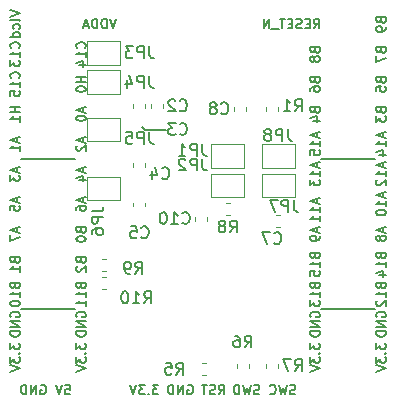
<source format=gbo>
G04 #@! TF.GenerationSoftware,KiCad,Pcbnew,5.0.2+dfsg1-1*
G04 #@! TF.CreationDate,2019-02-01T15:12:52+03:00*
G04 #@! TF.ProjectId,stm32_48pin,73746d33-325f-4343-9870-696e2e6b6963,rev?*
G04 #@! TF.SameCoordinates,PX14fb180PY2625a00*
G04 #@! TF.FileFunction,Legend,Bot*
G04 #@! TF.FilePolarity,Positive*
%FSLAX46Y46*%
G04 Gerber Fmt 4.6, Leading zero omitted, Abs format (unit mm)*
G04 Created by KiCad (PCBNEW 5.0.2+dfsg1-1) date Пт 01 фев 2019 15:12:52*
%MOMM*%
%LPD*%
G01*
G04 APERTURE LIST*
%ADD10C,0.150000*%
%ADD11C,0.120000*%
G04 APERTURE END LIST*
D10*
X24707714Y-36391809D02*
X24593428Y-36429904D01*
X24402952Y-36429904D01*
X24326761Y-36391809D01*
X24288666Y-36353714D01*
X24250571Y-36277523D01*
X24250571Y-36201333D01*
X24288666Y-36125142D01*
X24326761Y-36087047D01*
X24402952Y-36048952D01*
X24555333Y-36010857D01*
X24631523Y-35972761D01*
X24669619Y-35934666D01*
X24707714Y-35858476D01*
X24707714Y-35782285D01*
X24669619Y-35706095D01*
X24631523Y-35668000D01*
X24555333Y-35629904D01*
X24364857Y-35629904D01*
X24250571Y-35668000D01*
X23983904Y-35629904D02*
X23793428Y-36429904D01*
X23641047Y-35858476D01*
X23488666Y-36429904D01*
X23298190Y-35629904D01*
X22536285Y-36353714D02*
X22574380Y-36391809D01*
X22688666Y-36429904D01*
X22764857Y-36429904D01*
X22879142Y-36391809D01*
X22955333Y-36315619D01*
X22993428Y-36239428D01*
X23031523Y-36087047D01*
X23031523Y-35972761D01*
X22993428Y-35820380D01*
X22955333Y-35744190D01*
X22879142Y-35668000D01*
X22764857Y-35629904D01*
X22688666Y-35629904D01*
X22574380Y-35668000D01*
X22536285Y-35706095D01*
X21659714Y-36391809D02*
X21545428Y-36429904D01*
X21354952Y-36429904D01*
X21278761Y-36391809D01*
X21240666Y-36353714D01*
X21202571Y-36277523D01*
X21202571Y-36201333D01*
X21240666Y-36125142D01*
X21278761Y-36087047D01*
X21354952Y-36048952D01*
X21507333Y-36010857D01*
X21583523Y-35972761D01*
X21621619Y-35934666D01*
X21659714Y-35858476D01*
X21659714Y-35782285D01*
X21621619Y-35706095D01*
X21583523Y-35668000D01*
X21507333Y-35629904D01*
X21316857Y-35629904D01*
X21202571Y-35668000D01*
X20935904Y-35629904D02*
X20745428Y-36429904D01*
X20593047Y-35858476D01*
X20440666Y-36429904D01*
X20250190Y-35629904D01*
X19945428Y-36429904D02*
X19945428Y-35629904D01*
X19754952Y-35629904D01*
X19640666Y-35668000D01*
X19564476Y-35744190D01*
X19526380Y-35820380D01*
X19488285Y-35972761D01*
X19488285Y-36087047D01*
X19526380Y-36239428D01*
X19564476Y-36315619D01*
X19640666Y-36391809D01*
X19754952Y-36429904D01*
X19945428Y-36429904D01*
X18218095Y-36429904D02*
X18484761Y-36048952D01*
X18675238Y-36429904D02*
X18675238Y-35629904D01*
X18370476Y-35629904D01*
X18294285Y-35668000D01*
X18256190Y-35706095D01*
X18218095Y-35782285D01*
X18218095Y-35896571D01*
X18256190Y-35972761D01*
X18294285Y-36010857D01*
X18370476Y-36048952D01*
X18675238Y-36048952D01*
X17913333Y-36391809D02*
X17799047Y-36429904D01*
X17608571Y-36429904D01*
X17532380Y-36391809D01*
X17494285Y-36353714D01*
X17456190Y-36277523D01*
X17456190Y-36201333D01*
X17494285Y-36125142D01*
X17532380Y-36087047D01*
X17608571Y-36048952D01*
X17760952Y-36010857D01*
X17837142Y-35972761D01*
X17875238Y-35934666D01*
X17913333Y-35858476D01*
X17913333Y-35782285D01*
X17875238Y-35706095D01*
X17837142Y-35668000D01*
X17760952Y-35629904D01*
X17570476Y-35629904D01*
X17456190Y-35668000D01*
X17227619Y-35629904D02*
X16770476Y-35629904D01*
X16999047Y-36429904D02*
X16999047Y-35629904D01*
X15595523Y-35668000D02*
X15671714Y-35629904D01*
X15786000Y-35629904D01*
X15900285Y-35668000D01*
X15976476Y-35744190D01*
X16014571Y-35820380D01*
X16052666Y-35972761D01*
X16052666Y-36087047D01*
X16014571Y-36239428D01*
X15976476Y-36315619D01*
X15900285Y-36391809D01*
X15786000Y-36429904D01*
X15709809Y-36429904D01*
X15595523Y-36391809D01*
X15557428Y-36353714D01*
X15557428Y-36087047D01*
X15709809Y-36087047D01*
X15214571Y-36429904D02*
X15214571Y-35629904D01*
X14757428Y-36429904D01*
X14757428Y-35629904D01*
X14376476Y-36429904D02*
X14376476Y-35629904D01*
X14186000Y-35629904D01*
X14071714Y-35668000D01*
X13995523Y-35744190D01*
X13957428Y-35820380D01*
X13919333Y-35972761D01*
X13919333Y-36087047D01*
X13957428Y-36239428D01*
X13995523Y-36315619D01*
X14071714Y-36391809D01*
X14186000Y-36429904D01*
X14376476Y-36429904D01*
X13118952Y-35629904D02*
X12623714Y-35629904D01*
X12890380Y-35934666D01*
X12776095Y-35934666D01*
X12699904Y-35972761D01*
X12661809Y-36010857D01*
X12623714Y-36087047D01*
X12623714Y-36277523D01*
X12661809Y-36353714D01*
X12699904Y-36391809D01*
X12776095Y-36429904D01*
X13004666Y-36429904D01*
X13080857Y-36391809D01*
X13118952Y-36353714D01*
X12280857Y-36353714D02*
X12242761Y-36391809D01*
X12280857Y-36429904D01*
X12318952Y-36391809D01*
X12280857Y-36353714D01*
X12280857Y-36429904D01*
X11976095Y-35629904D02*
X11480857Y-35629904D01*
X11747523Y-35934666D01*
X11633238Y-35934666D01*
X11557047Y-35972761D01*
X11518952Y-36010857D01*
X11480857Y-36087047D01*
X11480857Y-36277523D01*
X11518952Y-36353714D01*
X11557047Y-36391809D01*
X11633238Y-36429904D01*
X11861809Y-36429904D01*
X11938000Y-36391809D01*
X11976095Y-36353714D01*
X11252285Y-35629904D02*
X10985619Y-36429904D01*
X10718952Y-35629904D01*
X5232380Y-35629904D02*
X5613333Y-35629904D01*
X5651428Y-36010857D01*
X5613333Y-35972761D01*
X5537142Y-35934666D01*
X5346666Y-35934666D01*
X5270476Y-35972761D01*
X5232380Y-36010857D01*
X5194285Y-36087047D01*
X5194285Y-36277523D01*
X5232380Y-36353714D01*
X5270476Y-36391809D01*
X5346666Y-36429904D01*
X5537142Y-36429904D01*
X5613333Y-36391809D01*
X5651428Y-36353714D01*
X4965714Y-35629904D02*
X4699047Y-36429904D01*
X4432380Y-35629904D01*
X3149523Y-35668000D02*
X3225714Y-35629904D01*
X3340000Y-35629904D01*
X3454285Y-35668000D01*
X3530476Y-35744190D01*
X3568571Y-35820380D01*
X3606666Y-35972761D01*
X3606666Y-36087047D01*
X3568571Y-36239428D01*
X3530476Y-36315619D01*
X3454285Y-36391809D01*
X3340000Y-36429904D01*
X3263809Y-36429904D01*
X3149523Y-36391809D01*
X3111428Y-36353714D01*
X3111428Y-36087047D01*
X3263809Y-36087047D01*
X2768571Y-36429904D02*
X2768571Y-35629904D01*
X2311428Y-36429904D01*
X2311428Y-35629904D01*
X1930476Y-36429904D02*
X1930476Y-35629904D01*
X1740000Y-35629904D01*
X1625714Y-35668000D01*
X1549523Y-35744190D01*
X1511428Y-35820380D01*
X1473333Y-35972761D01*
X1473333Y-36087047D01*
X1511428Y-36239428D01*
X1549523Y-36315619D01*
X1625714Y-36391809D01*
X1740000Y-36429904D01*
X1930476Y-36429904D01*
X26924000Y-29210000D02*
X31496000Y-29210000D01*
X26924000Y-16510000D02*
X31496000Y-16510000D01*
X1524000Y-29210000D02*
X6096000Y-29210000D01*
X1524000Y-16510000D02*
X6096000Y-16510000D01*
X31604000Y-29870476D02*
X31565904Y-29794285D01*
X31565904Y-29680000D01*
X31604000Y-29565714D01*
X31680190Y-29489523D01*
X31756380Y-29451428D01*
X31908761Y-29413333D01*
X32023047Y-29413333D01*
X32175428Y-29451428D01*
X32251619Y-29489523D01*
X32327809Y-29565714D01*
X32365904Y-29680000D01*
X32365904Y-29756190D01*
X32327809Y-29870476D01*
X32289714Y-29908571D01*
X32023047Y-29908571D01*
X32023047Y-29756190D01*
X32365904Y-30251428D02*
X31565904Y-30251428D01*
X32365904Y-30708571D01*
X31565904Y-30708571D01*
X32365904Y-31089523D02*
X31565904Y-31089523D01*
X31565904Y-31280000D01*
X31604000Y-31394285D01*
X31680190Y-31470476D01*
X31756380Y-31508571D01*
X31908761Y-31546666D01*
X32023047Y-31546666D01*
X32175428Y-31508571D01*
X32251619Y-31470476D01*
X32327809Y-31394285D01*
X32365904Y-31280000D01*
X32365904Y-31089523D01*
X26016000Y-29870476D02*
X25977904Y-29794285D01*
X25977904Y-29680000D01*
X26016000Y-29565714D01*
X26092190Y-29489523D01*
X26168380Y-29451428D01*
X26320761Y-29413333D01*
X26435047Y-29413333D01*
X26587428Y-29451428D01*
X26663619Y-29489523D01*
X26739809Y-29565714D01*
X26777904Y-29680000D01*
X26777904Y-29756190D01*
X26739809Y-29870476D01*
X26701714Y-29908571D01*
X26435047Y-29908571D01*
X26435047Y-29756190D01*
X26777904Y-30251428D02*
X25977904Y-30251428D01*
X26777904Y-30708571D01*
X25977904Y-30708571D01*
X26777904Y-31089523D02*
X25977904Y-31089523D01*
X25977904Y-31280000D01*
X26016000Y-31394285D01*
X26092190Y-31470476D01*
X26168380Y-31508571D01*
X26320761Y-31546666D01*
X26435047Y-31546666D01*
X26587428Y-31508571D01*
X26663619Y-31470476D01*
X26739809Y-31394285D01*
X26777904Y-31280000D01*
X26777904Y-31089523D01*
X25977904Y-32093047D02*
X25977904Y-32588285D01*
X26282666Y-32321619D01*
X26282666Y-32435904D01*
X26320761Y-32512095D01*
X26358857Y-32550190D01*
X26435047Y-32588285D01*
X26625523Y-32588285D01*
X26701714Y-32550190D01*
X26739809Y-32512095D01*
X26777904Y-32435904D01*
X26777904Y-32207333D01*
X26739809Y-32131142D01*
X26701714Y-32093047D01*
X26701714Y-32931142D02*
X26739809Y-32969238D01*
X26777904Y-32931142D01*
X26739809Y-32893047D01*
X26701714Y-32931142D01*
X26777904Y-32931142D01*
X25977904Y-33235904D02*
X25977904Y-33731142D01*
X26282666Y-33464476D01*
X26282666Y-33578761D01*
X26320761Y-33654952D01*
X26358857Y-33693047D01*
X26435047Y-33731142D01*
X26625523Y-33731142D01*
X26701714Y-33693047D01*
X26739809Y-33654952D01*
X26777904Y-33578761D01*
X26777904Y-33350190D01*
X26739809Y-33274000D01*
X26701714Y-33235904D01*
X25977904Y-33959714D02*
X26777904Y-34226380D01*
X25977904Y-34493047D01*
X31565904Y-32093047D02*
X31565904Y-32588285D01*
X31870666Y-32321619D01*
X31870666Y-32435904D01*
X31908761Y-32512095D01*
X31946857Y-32550190D01*
X32023047Y-32588285D01*
X32213523Y-32588285D01*
X32289714Y-32550190D01*
X32327809Y-32512095D01*
X32365904Y-32435904D01*
X32365904Y-32207333D01*
X32327809Y-32131142D01*
X32289714Y-32093047D01*
X32289714Y-32931142D02*
X32327809Y-32969238D01*
X32365904Y-32931142D01*
X32327809Y-32893047D01*
X32289714Y-32931142D01*
X32365904Y-32931142D01*
X31565904Y-33235904D02*
X31565904Y-33731142D01*
X31870666Y-33464476D01*
X31870666Y-33578761D01*
X31908761Y-33654952D01*
X31946857Y-33693047D01*
X32023047Y-33731142D01*
X32213523Y-33731142D01*
X32289714Y-33693047D01*
X32327809Y-33654952D01*
X32365904Y-33578761D01*
X32365904Y-33350190D01*
X32327809Y-33274000D01*
X32289714Y-33235904D01*
X31565904Y-33959714D02*
X32365904Y-34226380D01*
X31565904Y-34493047D01*
X6204000Y-29870476D02*
X6165904Y-29794285D01*
X6165904Y-29680000D01*
X6204000Y-29565714D01*
X6280190Y-29489523D01*
X6356380Y-29451428D01*
X6508761Y-29413333D01*
X6623047Y-29413333D01*
X6775428Y-29451428D01*
X6851619Y-29489523D01*
X6927809Y-29565714D01*
X6965904Y-29680000D01*
X6965904Y-29756190D01*
X6927809Y-29870476D01*
X6889714Y-29908571D01*
X6623047Y-29908571D01*
X6623047Y-29756190D01*
X6965904Y-30251428D02*
X6165904Y-30251428D01*
X6965904Y-30708571D01*
X6165904Y-30708571D01*
X6965904Y-31089523D02*
X6165904Y-31089523D01*
X6165904Y-31280000D01*
X6204000Y-31394285D01*
X6280190Y-31470476D01*
X6356380Y-31508571D01*
X6508761Y-31546666D01*
X6623047Y-31546666D01*
X6775428Y-31508571D01*
X6851619Y-31470476D01*
X6927809Y-31394285D01*
X6965904Y-31280000D01*
X6965904Y-31089523D01*
X6165904Y-32093047D02*
X6165904Y-32588285D01*
X6470666Y-32321619D01*
X6470666Y-32435904D01*
X6508761Y-32512095D01*
X6546857Y-32550190D01*
X6623047Y-32588285D01*
X6813523Y-32588285D01*
X6889714Y-32550190D01*
X6927809Y-32512095D01*
X6965904Y-32435904D01*
X6965904Y-32207333D01*
X6927809Y-32131142D01*
X6889714Y-32093047D01*
X6889714Y-32931142D02*
X6927809Y-32969238D01*
X6965904Y-32931142D01*
X6927809Y-32893047D01*
X6889714Y-32931142D01*
X6965904Y-32931142D01*
X6165904Y-33235904D02*
X6165904Y-33731142D01*
X6470666Y-33464476D01*
X6470666Y-33578761D01*
X6508761Y-33654952D01*
X6546857Y-33693047D01*
X6623047Y-33731142D01*
X6813523Y-33731142D01*
X6889714Y-33693047D01*
X6927809Y-33654952D01*
X6965904Y-33578761D01*
X6965904Y-33350190D01*
X6927809Y-33274000D01*
X6889714Y-33235904D01*
X6165904Y-33959714D02*
X6965904Y-34226380D01*
X6165904Y-34493047D01*
X12000000Y-14000000D02*
X11750000Y-13750000D01*
X13750000Y-14000000D02*
X12000000Y-14000000D01*
X577904Y-3899047D02*
X1377904Y-4165714D01*
X577904Y-4432380D01*
X1377904Y-4813333D02*
X1339809Y-4737142D01*
X1263619Y-4699047D01*
X577904Y-4699047D01*
X1339809Y-5460952D02*
X1377904Y-5384761D01*
X1377904Y-5232380D01*
X1339809Y-5156190D01*
X1301714Y-5118095D01*
X1225523Y-5080000D01*
X996952Y-5080000D01*
X920761Y-5118095D01*
X882666Y-5156190D01*
X844571Y-5232380D01*
X844571Y-5384761D01*
X882666Y-5460952D01*
X1377904Y-6146666D02*
X577904Y-6146666D01*
X1339809Y-6146666D02*
X1377904Y-6070476D01*
X1377904Y-5918095D01*
X1339809Y-5841904D01*
X1301714Y-5803809D01*
X1225523Y-5765714D01*
X996952Y-5765714D01*
X920761Y-5803809D01*
X882666Y-5841904D01*
X844571Y-5918095D01*
X844571Y-6070476D01*
X882666Y-6146666D01*
X1301714Y-7105714D02*
X1339809Y-7067619D01*
X1377904Y-6953333D01*
X1377904Y-6877142D01*
X1339809Y-6762857D01*
X1263619Y-6686666D01*
X1187428Y-6648571D01*
X1035047Y-6610476D01*
X920761Y-6610476D01*
X768380Y-6648571D01*
X692190Y-6686666D01*
X616000Y-6762857D01*
X577904Y-6877142D01*
X577904Y-6953333D01*
X616000Y-7067619D01*
X654095Y-7105714D01*
X1377904Y-7867619D02*
X1377904Y-7410476D01*
X1377904Y-7639047D02*
X577904Y-7639047D01*
X692190Y-7562857D01*
X768380Y-7486666D01*
X806476Y-7410476D01*
X577904Y-8134285D02*
X577904Y-8629523D01*
X882666Y-8362857D01*
X882666Y-8477142D01*
X920761Y-8553333D01*
X958857Y-8591428D01*
X1035047Y-8629523D01*
X1225523Y-8629523D01*
X1301714Y-8591428D01*
X1339809Y-8553333D01*
X1377904Y-8477142D01*
X1377904Y-8248571D01*
X1339809Y-8172380D01*
X1301714Y-8134285D01*
X6889714Y-7105714D02*
X6927809Y-7067619D01*
X6965904Y-6953333D01*
X6965904Y-6877142D01*
X6927809Y-6762857D01*
X6851619Y-6686666D01*
X6775428Y-6648571D01*
X6623047Y-6610476D01*
X6508761Y-6610476D01*
X6356380Y-6648571D01*
X6280190Y-6686666D01*
X6204000Y-6762857D01*
X6165904Y-6877142D01*
X6165904Y-6953333D01*
X6204000Y-7067619D01*
X6242095Y-7105714D01*
X6965904Y-7867619D02*
X6965904Y-7410476D01*
X6965904Y-7639047D02*
X6165904Y-7639047D01*
X6280190Y-7562857D01*
X6356380Y-7486666D01*
X6394476Y-7410476D01*
X6432571Y-8553333D02*
X6965904Y-8553333D01*
X6127809Y-8362857D02*
X6699238Y-8172380D01*
X6699238Y-8667619D01*
X1301714Y-9645714D02*
X1339809Y-9607619D01*
X1377904Y-9493333D01*
X1377904Y-9417142D01*
X1339809Y-9302857D01*
X1263619Y-9226666D01*
X1187428Y-9188571D01*
X1035047Y-9150476D01*
X920761Y-9150476D01*
X768380Y-9188571D01*
X692190Y-9226666D01*
X616000Y-9302857D01*
X577904Y-9417142D01*
X577904Y-9493333D01*
X616000Y-9607619D01*
X654095Y-9645714D01*
X1377904Y-10407619D02*
X1377904Y-9950476D01*
X1377904Y-10179047D02*
X577904Y-10179047D01*
X692190Y-10102857D01*
X768380Y-10026666D01*
X806476Y-9950476D01*
X577904Y-11131428D02*
X577904Y-10750476D01*
X958857Y-10712380D01*
X920761Y-10750476D01*
X882666Y-10826666D01*
X882666Y-11017142D01*
X920761Y-11093333D01*
X958857Y-11131428D01*
X1035047Y-11169523D01*
X1225523Y-11169523D01*
X1301714Y-11131428D01*
X1339809Y-11093333D01*
X1377904Y-11017142D01*
X1377904Y-10826666D01*
X1339809Y-10750476D01*
X1301714Y-10712380D01*
X6965904Y-9550476D02*
X6165904Y-9550476D01*
X6546857Y-9550476D02*
X6546857Y-10007619D01*
X6965904Y-10007619D02*
X6165904Y-10007619D01*
X6165904Y-10540952D02*
X6165904Y-10617142D01*
X6204000Y-10693333D01*
X6242095Y-10731428D01*
X6318285Y-10769523D01*
X6470666Y-10807619D01*
X6661142Y-10807619D01*
X6813523Y-10769523D01*
X6889714Y-10731428D01*
X6927809Y-10693333D01*
X6965904Y-10617142D01*
X6965904Y-10540952D01*
X6927809Y-10464761D01*
X6889714Y-10426666D01*
X6813523Y-10388571D01*
X6661142Y-10350476D01*
X6470666Y-10350476D01*
X6318285Y-10388571D01*
X6242095Y-10426666D01*
X6204000Y-10464761D01*
X6165904Y-10540952D01*
X1377904Y-12090476D02*
X577904Y-12090476D01*
X958857Y-12090476D02*
X958857Y-12547619D01*
X1377904Y-12547619D02*
X577904Y-12547619D01*
X1377904Y-13347619D02*
X1377904Y-12890476D01*
X1377904Y-13119047D02*
X577904Y-13119047D01*
X692190Y-13042857D01*
X768380Y-12966666D01*
X806476Y-12890476D01*
X6737333Y-12128571D02*
X6737333Y-12509523D01*
X6965904Y-12052380D02*
X6165904Y-12319047D01*
X6965904Y-12585714D01*
X6165904Y-13004761D02*
X6165904Y-13080952D01*
X6204000Y-13157142D01*
X6242095Y-13195238D01*
X6318285Y-13233333D01*
X6470666Y-13271428D01*
X6661142Y-13271428D01*
X6813523Y-13233333D01*
X6889714Y-13195238D01*
X6927809Y-13157142D01*
X6965904Y-13080952D01*
X6965904Y-13004761D01*
X6927809Y-12928571D01*
X6889714Y-12890476D01*
X6813523Y-12852380D01*
X6661142Y-12814285D01*
X6470666Y-12814285D01*
X6318285Y-12852380D01*
X6242095Y-12890476D01*
X6204000Y-12928571D01*
X6165904Y-13004761D01*
X1149333Y-14668571D02*
X1149333Y-15049523D01*
X1377904Y-14592380D02*
X577904Y-14859047D01*
X1377904Y-15125714D01*
X1377904Y-15811428D02*
X1377904Y-15354285D01*
X1377904Y-15582857D02*
X577904Y-15582857D01*
X692190Y-15506666D01*
X768380Y-15430476D01*
X806476Y-15354285D01*
X6737333Y-14668571D02*
X6737333Y-15049523D01*
X6965904Y-14592380D02*
X6165904Y-14859047D01*
X6965904Y-15125714D01*
X6242095Y-15354285D02*
X6204000Y-15392380D01*
X6165904Y-15468571D01*
X6165904Y-15659047D01*
X6204000Y-15735238D01*
X6242095Y-15773333D01*
X6318285Y-15811428D01*
X6394476Y-15811428D01*
X6508761Y-15773333D01*
X6965904Y-15316190D01*
X6965904Y-15811428D01*
X1149333Y-17208571D02*
X1149333Y-17589523D01*
X1377904Y-17132380D02*
X577904Y-17399047D01*
X1377904Y-17665714D01*
X577904Y-17856190D02*
X577904Y-18351428D01*
X882666Y-18084761D01*
X882666Y-18199047D01*
X920761Y-18275238D01*
X958857Y-18313333D01*
X1035047Y-18351428D01*
X1225523Y-18351428D01*
X1301714Y-18313333D01*
X1339809Y-18275238D01*
X1377904Y-18199047D01*
X1377904Y-17970476D01*
X1339809Y-17894285D01*
X1301714Y-17856190D01*
X6737333Y-17208571D02*
X6737333Y-17589523D01*
X6965904Y-17132380D02*
X6165904Y-17399047D01*
X6965904Y-17665714D01*
X6432571Y-18275238D02*
X6965904Y-18275238D01*
X6127809Y-18084761D02*
X6699238Y-17894285D01*
X6699238Y-18389523D01*
X1149333Y-19748571D02*
X1149333Y-20129523D01*
X1377904Y-19672380D02*
X577904Y-19939047D01*
X1377904Y-20205714D01*
X577904Y-20853333D02*
X577904Y-20472380D01*
X958857Y-20434285D01*
X920761Y-20472380D01*
X882666Y-20548571D01*
X882666Y-20739047D01*
X920761Y-20815238D01*
X958857Y-20853333D01*
X1035047Y-20891428D01*
X1225523Y-20891428D01*
X1301714Y-20853333D01*
X1339809Y-20815238D01*
X1377904Y-20739047D01*
X1377904Y-20548571D01*
X1339809Y-20472380D01*
X1301714Y-20434285D01*
X6737333Y-19748571D02*
X6737333Y-20129523D01*
X6965904Y-19672380D02*
X6165904Y-19939047D01*
X6965904Y-20205714D01*
X6165904Y-20815238D02*
X6165904Y-20662857D01*
X6204000Y-20586666D01*
X6242095Y-20548571D01*
X6356380Y-20472380D01*
X6508761Y-20434285D01*
X6813523Y-20434285D01*
X6889714Y-20472380D01*
X6927809Y-20510476D01*
X6965904Y-20586666D01*
X6965904Y-20739047D01*
X6927809Y-20815238D01*
X6889714Y-20853333D01*
X6813523Y-20891428D01*
X6623047Y-20891428D01*
X6546857Y-20853333D01*
X6508761Y-20815238D01*
X6470666Y-20739047D01*
X6470666Y-20586666D01*
X6508761Y-20510476D01*
X6546857Y-20472380D01*
X6623047Y-20434285D01*
X1149333Y-22288571D02*
X1149333Y-22669523D01*
X1377904Y-22212380D02*
X577904Y-22479047D01*
X1377904Y-22745714D01*
X577904Y-22936190D02*
X577904Y-23469523D01*
X1377904Y-23126666D01*
X6546857Y-22536190D02*
X6584952Y-22650476D01*
X6623047Y-22688571D01*
X6699238Y-22726666D01*
X6813523Y-22726666D01*
X6889714Y-22688571D01*
X6927809Y-22650476D01*
X6965904Y-22574285D01*
X6965904Y-22269523D01*
X6165904Y-22269523D01*
X6165904Y-22536190D01*
X6204000Y-22612380D01*
X6242095Y-22650476D01*
X6318285Y-22688571D01*
X6394476Y-22688571D01*
X6470666Y-22650476D01*
X6508761Y-22612380D01*
X6546857Y-22536190D01*
X6546857Y-22269523D01*
X6165904Y-23221904D02*
X6165904Y-23298095D01*
X6204000Y-23374285D01*
X6242095Y-23412380D01*
X6318285Y-23450476D01*
X6470666Y-23488571D01*
X6661142Y-23488571D01*
X6813523Y-23450476D01*
X6889714Y-23412380D01*
X6927809Y-23374285D01*
X6965904Y-23298095D01*
X6965904Y-23221904D01*
X6927809Y-23145714D01*
X6889714Y-23107619D01*
X6813523Y-23069523D01*
X6661142Y-23031428D01*
X6470666Y-23031428D01*
X6318285Y-23069523D01*
X6242095Y-23107619D01*
X6204000Y-23145714D01*
X6165904Y-23221904D01*
X958857Y-25076190D02*
X996952Y-25190476D01*
X1035047Y-25228571D01*
X1111238Y-25266666D01*
X1225523Y-25266666D01*
X1301714Y-25228571D01*
X1339809Y-25190476D01*
X1377904Y-25114285D01*
X1377904Y-24809523D01*
X577904Y-24809523D01*
X577904Y-25076190D01*
X616000Y-25152380D01*
X654095Y-25190476D01*
X730285Y-25228571D01*
X806476Y-25228571D01*
X882666Y-25190476D01*
X920761Y-25152380D01*
X958857Y-25076190D01*
X958857Y-24809523D01*
X1377904Y-26028571D02*
X1377904Y-25571428D01*
X1377904Y-25800000D02*
X577904Y-25800000D01*
X692190Y-25723809D01*
X768380Y-25647619D01*
X806476Y-25571428D01*
X6546857Y-25076190D02*
X6584952Y-25190476D01*
X6623047Y-25228571D01*
X6699238Y-25266666D01*
X6813523Y-25266666D01*
X6889714Y-25228571D01*
X6927809Y-25190476D01*
X6965904Y-25114285D01*
X6965904Y-24809523D01*
X6165904Y-24809523D01*
X6165904Y-25076190D01*
X6204000Y-25152380D01*
X6242095Y-25190476D01*
X6318285Y-25228571D01*
X6394476Y-25228571D01*
X6470666Y-25190476D01*
X6508761Y-25152380D01*
X6546857Y-25076190D01*
X6546857Y-24809523D01*
X6242095Y-25571428D02*
X6204000Y-25609523D01*
X6165904Y-25685714D01*
X6165904Y-25876190D01*
X6204000Y-25952380D01*
X6242095Y-25990476D01*
X6318285Y-26028571D01*
X6394476Y-26028571D01*
X6508761Y-25990476D01*
X6965904Y-25533333D01*
X6965904Y-26028571D01*
X958857Y-27235238D02*
X996952Y-27349523D01*
X1035047Y-27387619D01*
X1111238Y-27425714D01*
X1225523Y-27425714D01*
X1301714Y-27387619D01*
X1339809Y-27349523D01*
X1377904Y-27273333D01*
X1377904Y-26968571D01*
X577904Y-26968571D01*
X577904Y-27235238D01*
X616000Y-27311428D01*
X654095Y-27349523D01*
X730285Y-27387619D01*
X806476Y-27387619D01*
X882666Y-27349523D01*
X920761Y-27311428D01*
X958857Y-27235238D01*
X958857Y-26968571D01*
X1377904Y-28187619D02*
X1377904Y-27730476D01*
X1377904Y-27959047D02*
X577904Y-27959047D01*
X692190Y-27882857D01*
X768380Y-27806666D01*
X806476Y-27730476D01*
X577904Y-28682857D02*
X577904Y-28759047D01*
X616000Y-28835238D01*
X654095Y-28873333D01*
X730285Y-28911428D01*
X882666Y-28949523D01*
X1073142Y-28949523D01*
X1225523Y-28911428D01*
X1301714Y-28873333D01*
X1339809Y-28835238D01*
X1377904Y-28759047D01*
X1377904Y-28682857D01*
X1339809Y-28606666D01*
X1301714Y-28568571D01*
X1225523Y-28530476D01*
X1073142Y-28492380D01*
X882666Y-28492380D01*
X730285Y-28530476D01*
X654095Y-28568571D01*
X616000Y-28606666D01*
X577904Y-28682857D01*
X6546857Y-27235238D02*
X6584952Y-27349523D01*
X6623047Y-27387619D01*
X6699238Y-27425714D01*
X6813523Y-27425714D01*
X6889714Y-27387619D01*
X6927809Y-27349523D01*
X6965904Y-27273333D01*
X6965904Y-26968571D01*
X6165904Y-26968571D01*
X6165904Y-27235238D01*
X6204000Y-27311428D01*
X6242095Y-27349523D01*
X6318285Y-27387619D01*
X6394476Y-27387619D01*
X6470666Y-27349523D01*
X6508761Y-27311428D01*
X6546857Y-27235238D01*
X6546857Y-26968571D01*
X6965904Y-28187619D02*
X6965904Y-27730476D01*
X6965904Y-27959047D02*
X6165904Y-27959047D01*
X6280190Y-27882857D01*
X6356380Y-27806666D01*
X6394476Y-27730476D01*
X6965904Y-28949523D02*
X6965904Y-28492380D01*
X6965904Y-28720952D02*
X6165904Y-28720952D01*
X6280190Y-28644761D01*
X6356380Y-28568571D01*
X6394476Y-28492380D01*
X577904Y-32093047D02*
X577904Y-32588285D01*
X882666Y-32321619D01*
X882666Y-32435904D01*
X920761Y-32512095D01*
X958857Y-32550190D01*
X1035047Y-32588285D01*
X1225523Y-32588285D01*
X1301714Y-32550190D01*
X1339809Y-32512095D01*
X1377904Y-32435904D01*
X1377904Y-32207333D01*
X1339809Y-32131142D01*
X1301714Y-32093047D01*
X1301714Y-32931142D02*
X1339809Y-32969238D01*
X1377904Y-32931142D01*
X1339809Y-32893047D01*
X1301714Y-32931142D01*
X1377904Y-32931142D01*
X577904Y-33235904D02*
X577904Y-33731142D01*
X882666Y-33464476D01*
X882666Y-33578761D01*
X920761Y-33654952D01*
X958857Y-33693047D01*
X1035047Y-33731142D01*
X1225523Y-33731142D01*
X1301714Y-33693047D01*
X1339809Y-33654952D01*
X1377904Y-33578761D01*
X1377904Y-33350190D01*
X1339809Y-33274000D01*
X1301714Y-33235904D01*
X577904Y-33959714D02*
X1377904Y-34226380D01*
X577904Y-34493047D01*
X616000Y-29870476D02*
X577904Y-29794285D01*
X577904Y-29680000D01*
X616000Y-29565714D01*
X692190Y-29489523D01*
X768380Y-29451428D01*
X920761Y-29413333D01*
X1035047Y-29413333D01*
X1187428Y-29451428D01*
X1263619Y-29489523D01*
X1339809Y-29565714D01*
X1377904Y-29680000D01*
X1377904Y-29756190D01*
X1339809Y-29870476D01*
X1301714Y-29908571D01*
X1035047Y-29908571D01*
X1035047Y-29756190D01*
X1377904Y-30251428D02*
X577904Y-30251428D01*
X1377904Y-30708571D01*
X577904Y-30708571D01*
X1377904Y-31089523D02*
X577904Y-31089523D01*
X577904Y-31280000D01*
X616000Y-31394285D01*
X692190Y-31470476D01*
X768380Y-31508571D01*
X920761Y-31546666D01*
X1035047Y-31546666D01*
X1187428Y-31508571D01*
X1263619Y-31470476D01*
X1339809Y-31394285D01*
X1377904Y-31280000D01*
X1377904Y-31089523D01*
X31946857Y-27235238D02*
X31984952Y-27349523D01*
X32023047Y-27387619D01*
X32099238Y-27425714D01*
X32213523Y-27425714D01*
X32289714Y-27387619D01*
X32327809Y-27349523D01*
X32365904Y-27273333D01*
X32365904Y-26968571D01*
X31565904Y-26968571D01*
X31565904Y-27235238D01*
X31604000Y-27311428D01*
X31642095Y-27349523D01*
X31718285Y-27387619D01*
X31794476Y-27387619D01*
X31870666Y-27349523D01*
X31908761Y-27311428D01*
X31946857Y-27235238D01*
X31946857Y-26968571D01*
X32365904Y-28187619D02*
X32365904Y-27730476D01*
X32365904Y-27959047D02*
X31565904Y-27959047D01*
X31680190Y-27882857D01*
X31756380Y-27806666D01*
X31794476Y-27730476D01*
X31642095Y-28492380D02*
X31604000Y-28530476D01*
X31565904Y-28606666D01*
X31565904Y-28797142D01*
X31604000Y-28873333D01*
X31642095Y-28911428D01*
X31718285Y-28949523D01*
X31794476Y-28949523D01*
X31908761Y-28911428D01*
X32365904Y-28454285D01*
X32365904Y-28949523D01*
X26358857Y-27235238D02*
X26396952Y-27349523D01*
X26435047Y-27387619D01*
X26511238Y-27425714D01*
X26625523Y-27425714D01*
X26701714Y-27387619D01*
X26739809Y-27349523D01*
X26777904Y-27273333D01*
X26777904Y-26968571D01*
X25977904Y-26968571D01*
X25977904Y-27235238D01*
X26016000Y-27311428D01*
X26054095Y-27349523D01*
X26130285Y-27387619D01*
X26206476Y-27387619D01*
X26282666Y-27349523D01*
X26320761Y-27311428D01*
X26358857Y-27235238D01*
X26358857Y-26968571D01*
X26777904Y-28187619D02*
X26777904Y-27730476D01*
X26777904Y-27959047D02*
X25977904Y-27959047D01*
X26092190Y-27882857D01*
X26168380Y-27806666D01*
X26206476Y-27730476D01*
X25977904Y-28454285D02*
X25977904Y-28949523D01*
X26282666Y-28682857D01*
X26282666Y-28797142D01*
X26320761Y-28873333D01*
X26358857Y-28911428D01*
X26435047Y-28949523D01*
X26625523Y-28949523D01*
X26701714Y-28911428D01*
X26739809Y-28873333D01*
X26777904Y-28797142D01*
X26777904Y-28568571D01*
X26739809Y-28492380D01*
X26701714Y-28454285D01*
X31946857Y-24695238D02*
X31984952Y-24809523D01*
X32023047Y-24847619D01*
X32099238Y-24885714D01*
X32213523Y-24885714D01*
X32289714Y-24847619D01*
X32327809Y-24809523D01*
X32365904Y-24733333D01*
X32365904Y-24428571D01*
X31565904Y-24428571D01*
X31565904Y-24695238D01*
X31604000Y-24771428D01*
X31642095Y-24809523D01*
X31718285Y-24847619D01*
X31794476Y-24847619D01*
X31870666Y-24809523D01*
X31908761Y-24771428D01*
X31946857Y-24695238D01*
X31946857Y-24428571D01*
X32365904Y-25647619D02*
X32365904Y-25190476D01*
X32365904Y-25419047D02*
X31565904Y-25419047D01*
X31680190Y-25342857D01*
X31756380Y-25266666D01*
X31794476Y-25190476D01*
X31832571Y-26333333D02*
X32365904Y-26333333D01*
X31527809Y-26142857D02*
X32099238Y-25952380D01*
X32099238Y-26447619D01*
X26358857Y-24695238D02*
X26396952Y-24809523D01*
X26435047Y-24847619D01*
X26511238Y-24885714D01*
X26625523Y-24885714D01*
X26701714Y-24847619D01*
X26739809Y-24809523D01*
X26777904Y-24733333D01*
X26777904Y-24428571D01*
X25977904Y-24428571D01*
X25977904Y-24695238D01*
X26016000Y-24771428D01*
X26054095Y-24809523D01*
X26130285Y-24847619D01*
X26206476Y-24847619D01*
X26282666Y-24809523D01*
X26320761Y-24771428D01*
X26358857Y-24695238D01*
X26358857Y-24428571D01*
X26777904Y-25647619D02*
X26777904Y-25190476D01*
X26777904Y-25419047D02*
X25977904Y-25419047D01*
X26092190Y-25342857D01*
X26168380Y-25266666D01*
X26206476Y-25190476D01*
X25977904Y-26371428D02*
X25977904Y-25990476D01*
X26358857Y-25952380D01*
X26320761Y-25990476D01*
X26282666Y-26066666D01*
X26282666Y-26257142D01*
X26320761Y-26333333D01*
X26358857Y-26371428D01*
X26435047Y-26409523D01*
X26625523Y-26409523D01*
X26701714Y-26371428D01*
X26739809Y-26333333D01*
X26777904Y-26257142D01*
X26777904Y-26066666D01*
X26739809Y-25990476D01*
X26701714Y-25952380D01*
X32137333Y-22288571D02*
X32137333Y-22669523D01*
X32365904Y-22212380D02*
X31565904Y-22479047D01*
X32365904Y-22745714D01*
X31908761Y-23126666D02*
X31870666Y-23050476D01*
X31832571Y-23012380D01*
X31756380Y-22974285D01*
X31718285Y-22974285D01*
X31642095Y-23012380D01*
X31604000Y-23050476D01*
X31565904Y-23126666D01*
X31565904Y-23279047D01*
X31604000Y-23355238D01*
X31642095Y-23393333D01*
X31718285Y-23431428D01*
X31756380Y-23431428D01*
X31832571Y-23393333D01*
X31870666Y-23355238D01*
X31908761Y-23279047D01*
X31908761Y-23126666D01*
X31946857Y-23050476D01*
X31984952Y-23012380D01*
X32061142Y-22974285D01*
X32213523Y-22974285D01*
X32289714Y-23012380D01*
X32327809Y-23050476D01*
X32365904Y-23126666D01*
X32365904Y-23279047D01*
X32327809Y-23355238D01*
X32289714Y-23393333D01*
X32213523Y-23431428D01*
X32061142Y-23431428D01*
X31984952Y-23393333D01*
X31946857Y-23355238D01*
X31908761Y-23279047D01*
X26549333Y-22288571D02*
X26549333Y-22669523D01*
X26777904Y-22212380D02*
X25977904Y-22479047D01*
X26777904Y-22745714D01*
X26777904Y-23050476D02*
X26777904Y-23202857D01*
X26739809Y-23279047D01*
X26701714Y-23317142D01*
X26587428Y-23393333D01*
X26435047Y-23431428D01*
X26130285Y-23431428D01*
X26054095Y-23393333D01*
X26016000Y-23355238D01*
X25977904Y-23279047D01*
X25977904Y-23126666D01*
X26016000Y-23050476D01*
X26054095Y-23012380D01*
X26130285Y-22974285D01*
X26320761Y-22974285D01*
X26396952Y-23012380D01*
X26435047Y-23050476D01*
X26473142Y-23126666D01*
X26473142Y-23279047D01*
X26435047Y-23355238D01*
X26396952Y-23393333D01*
X26320761Y-23431428D01*
X32137333Y-19367619D02*
X32137333Y-19748571D01*
X32365904Y-19291428D02*
X31565904Y-19558095D01*
X32365904Y-19824761D01*
X32365904Y-20510476D02*
X32365904Y-20053333D01*
X32365904Y-20281904D02*
X31565904Y-20281904D01*
X31680190Y-20205714D01*
X31756380Y-20129523D01*
X31794476Y-20053333D01*
X31565904Y-21005714D02*
X31565904Y-21081904D01*
X31604000Y-21158095D01*
X31642095Y-21196190D01*
X31718285Y-21234285D01*
X31870666Y-21272380D01*
X32061142Y-21272380D01*
X32213523Y-21234285D01*
X32289714Y-21196190D01*
X32327809Y-21158095D01*
X32365904Y-21081904D01*
X32365904Y-21005714D01*
X32327809Y-20929523D01*
X32289714Y-20891428D01*
X32213523Y-20853333D01*
X32061142Y-20815238D01*
X31870666Y-20815238D01*
X31718285Y-20853333D01*
X31642095Y-20891428D01*
X31604000Y-20929523D01*
X31565904Y-21005714D01*
X26549333Y-19875619D02*
X26549333Y-20256571D01*
X26777904Y-19799428D02*
X25977904Y-20066095D01*
X26777904Y-20332761D01*
X26777904Y-21018476D02*
X26777904Y-20561333D01*
X26777904Y-20789904D02*
X25977904Y-20789904D01*
X26092190Y-20713714D01*
X26168380Y-20637523D01*
X26206476Y-20561333D01*
X26777904Y-21780380D02*
X26777904Y-21323238D01*
X26777904Y-21551809D02*
X25977904Y-21551809D01*
X26092190Y-21475619D01*
X26168380Y-21399428D01*
X26206476Y-21323238D01*
X32137333Y-16827619D02*
X32137333Y-17208571D01*
X32365904Y-16751428D02*
X31565904Y-17018095D01*
X32365904Y-17284761D01*
X32365904Y-17970476D02*
X32365904Y-17513333D01*
X32365904Y-17741904D02*
X31565904Y-17741904D01*
X31680190Y-17665714D01*
X31756380Y-17589523D01*
X31794476Y-17513333D01*
X31642095Y-18275238D02*
X31604000Y-18313333D01*
X31565904Y-18389523D01*
X31565904Y-18580000D01*
X31604000Y-18656190D01*
X31642095Y-18694285D01*
X31718285Y-18732380D01*
X31794476Y-18732380D01*
X31908761Y-18694285D01*
X32365904Y-18237142D01*
X32365904Y-18732380D01*
X26549333Y-16827619D02*
X26549333Y-17208571D01*
X26777904Y-16751428D02*
X25977904Y-17018095D01*
X26777904Y-17284761D01*
X26777904Y-17970476D02*
X26777904Y-17513333D01*
X26777904Y-17741904D02*
X25977904Y-17741904D01*
X26092190Y-17665714D01*
X26168380Y-17589523D01*
X26206476Y-17513333D01*
X25977904Y-18237142D02*
X25977904Y-18732380D01*
X26282666Y-18465714D01*
X26282666Y-18580000D01*
X26320761Y-18656190D01*
X26358857Y-18694285D01*
X26435047Y-18732380D01*
X26625523Y-18732380D01*
X26701714Y-18694285D01*
X26739809Y-18656190D01*
X26777904Y-18580000D01*
X26777904Y-18351428D01*
X26739809Y-18275238D01*
X26701714Y-18237142D01*
X32137333Y-14287619D02*
X32137333Y-14668571D01*
X32365904Y-14211428D02*
X31565904Y-14478095D01*
X32365904Y-14744761D01*
X32365904Y-15430476D02*
X32365904Y-14973333D01*
X32365904Y-15201904D02*
X31565904Y-15201904D01*
X31680190Y-15125714D01*
X31756380Y-15049523D01*
X31794476Y-14973333D01*
X31832571Y-16116190D02*
X32365904Y-16116190D01*
X31527809Y-15925714D02*
X32099238Y-15735238D01*
X32099238Y-16230476D01*
X26549333Y-14287619D02*
X26549333Y-14668571D01*
X26777904Y-14211428D02*
X25977904Y-14478095D01*
X26777904Y-14744761D01*
X26777904Y-15430476D02*
X26777904Y-14973333D01*
X26777904Y-15201904D02*
X25977904Y-15201904D01*
X26092190Y-15125714D01*
X26168380Y-15049523D01*
X26206476Y-14973333D01*
X25977904Y-16154285D02*
X25977904Y-15773333D01*
X26358857Y-15735238D01*
X26320761Y-15773333D01*
X26282666Y-15849523D01*
X26282666Y-16040000D01*
X26320761Y-16116190D01*
X26358857Y-16154285D01*
X26435047Y-16192380D01*
X26625523Y-16192380D01*
X26701714Y-16154285D01*
X26739809Y-16116190D01*
X26777904Y-16040000D01*
X26777904Y-15849523D01*
X26739809Y-15773333D01*
X26701714Y-15735238D01*
X31946857Y-12376190D02*
X31984952Y-12490476D01*
X32023047Y-12528571D01*
X32099238Y-12566666D01*
X32213523Y-12566666D01*
X32289714Y-12528571D01*
X32327809Y-12490476D01*
X32365904Y-12414285D01*
X32365904Y-12109523D01*
X31565904Y-12109523D01*
X31565904Y-12376190D01*
X31604000Y-12452380D01*
X31642095Y-12490476D01*
X31718285Y-12528571D01*
X31794476Y-12528571D01*
X31870666Y-12490476D01*
X31908761Y-12452380D01*
X31946857Y-12376190D01*
X31946857Y-12109523D01*
X31565904Y-12833333D02*
X31565904Y-13328571D01*
X31870666Y-13061904D01*
X31870666Y-13176190D01*
X31908761Y-13252380D01*
X31946857Y-13290476D01*
X32023047Y-13328571D01*
X32213523Y-13328571D01*
X32289714Y-13290476D01*
X32327809Y-13252380D01*
X32365904Y-13176190D01*
X32365904Y-12947619D01*
X32327809Y-12871428D01*
X32289714Y-12833333D01*
X26358857Y-12376190D02*
X26396952Y-12490476D01*
X26435047Y-12528571D01*
X26511238Y-12566666D01*
X26625523Y-12566666D01*
X26701714Y-12528571D01*
X26739809Y-12490476D01*
X26777904Y-12414285D01*
X26777904Y-12109523D01*
X25977904Y-12109523D01*
X25977904Y-12376190D01*
X26016000Y-12452380D01*
X26054095Y-12490476D01*
X26130285Y-12528571D01*
X26206476Y-12528571D01*
X26282666Y-12490476D01*
X26320761Y-12452380D01*
X26358857Y-12376190D01*
X26358857Y-12109523D01*
X26244571Y-13252380D02*
X26777904Y-13252380D01*
X25939809Y-13061904D02*
X26511238Y-12871428D01*
X26511238Y-13366666D01*
X31946857Y-9836190D02*
X31984952Y-9950476D01*
X32023047Y-9988571D01*
X32099238Y-10026666D01*
X32213523Y-10026666D01*
X32289714Y-9988571D01*
X32327809Y-9950476D01*
X32365904Y-9874285D01*
X32365904Y-9569523D01*
X31565904Y-9569523D01*
X31565904Y-9836190D01*
X31604000Y-9912380D01*
X31642095Y-9950476D01*
X31718285Y-9988571D01*
X31794476Y-9988571D01*
X31870666Y-9950476D01*
X31908761Y-9912380D01*
X31946857Y-9836190D01*
X31946857Y-9569523D01*
X31565904Y-10750476D02*
X31565904Y-10369523D01*
X31946857Y-10331428D01*
X31908761Y-10369523D01*
X31870666Y-10445714D01*
X31870666Y-10636190D01*
X31908761Y-10712380D01*
X31946857Y-10750476D01*
X32023047Y-10788571D01*
X32213523Y-10788571D01*
X32289714Y-10750476D01*
X32327809Y-10712380D01*
X32365904Y-10636190D01*
X32365904Y-10445714D01*
X32327809Y-10369523D01*
X32289714Y-10331428D01*
X26358857Y-9836190D02*
X26396952Y-9950476D01*
X26435047Y-9988571D01*
X26511238Y-10026666D01*
X26625523Y-10026666D01*
X26701714Y-9988571D01*
X26739809Y-9950476D01*
X26777904Y-9874285D01*
X26777904Y-9569523D01*
X25977904Y-9569523D01*
X25977904Y-9836190D01*
X26016000Y-9912380D01*
X26054095Y-9950476D01*
X26130285Y-9988571D01*
X26206476Y-9988571D01*
X26282666Y-9950476D01*
X26320761Y-9912380D01*
X26358857Y-9836190D01*
X26358857Y-9569523D01*
X25977904Y-10712380D02*
X25977904Y-10560000D01*
X26016000Y-10483809D01*
X26054095Y-10445714D01*
X26168380Y-10369523D01*
X26320761Y-10331428D01*
X26625523Y-10331428D01*
X26701714Y-10369523D01*
X26739809Y-10407619D01*
X26777904Y-10483809D01*
X26777904Y-10636190D01*
X26739809Y-10712380D01*
X26701714Y-10750476D01*
X26625523Y-10788571D01*
X26435047Y-10788571D01*
X26358857Y-10750476D01*
X26320761Y-10712380D01*
X26282666Y-10636190D01*
X26282666Y-10483809D01*
X26320761Y-10407619D01*
X26358857Y-10369523D01*
X26435047Y-10331428D01*
X31946857Y-7296190D02*
X31984952Y-7410476D01*
X32023047Y-7448571D01*
X32099238Y-7486666D01*
X32213523Y-7486666D01*
X32289714Y-7448571D01*
X32327809Y-7410476D01*
X32365904Y-7334285D01*
X32365904Y-7029523D01*
X31565904Y-7029523D01*
X31565904Y-7296190D01*
X31604000Y-7372380D01*
X31642095Y-7410476D01*
X31718285Y-7448571D01*
X31794476Y-7448571D01*
X31870666Y-7410476D01*
X31908761Y-7372380D01*
X31946857Y-7296190D01*
X31946857Y-7029523D01*
X31565904Y-7753333D02*
X31565904Y-8286666D01*
X32365904Y-7943809D01*
X26269714Y-5441904D02*
X26536380Y-5060952D01*
X26726857Y-5441904D02*
X26726857Y-4641904D01*
X26422095Y-4641904D01*
X26345904Y-4680000D01*
X26307809Y-4718095D01*
X26269714Y-4794285D01*
X26269714Y-4908571D01*
X26307809Y-4984761D01*
X26345904Y-5022857D01*
X26422095Y-5060952D01*
X26726857Y-5060952D01*
X25926857Y-5022857D02*
X25660190Y-5022857D01*
X25545904Y-5441904D02*
X25926857Y-5441904D01*
X25926857Y-4641904D01*
X25545904Y-4641904D01*
X25241142Y-5403809D02*
X25126857Y-5441904D01*
X24936380Y-5441904D01*
X24860190Y-5403809D01*
X24822095Y-5365714D01*
X24784000Y-5289523D01*
X24784000Y-5213333D01*
X24822095Y-5137142D01*
X24860190Y-5099047D01*
X24936380Y-5060952D01*
X25088761Y-5022857D01*
X25164952Y-4984761D01*
X25203047Y-4946666D01*
X25241142Y-4870476D01*
X25241142Y-4794285D01*
X25203047Y-4718095D01*
X25164952Y-4680000D01*
X25088761Y-4641904D01*
X24898285Y-4641904D01*
X24784000Y-4680000D01*
X24441142Y-5022857D02*
X24174476Y-5022857D01*
X24060190Y-5441904D02*
X24441142Y-5441904D01*
X24441142Y-4641904D01*
X24060190Y-4641904D01*
X23831619Y-4641904D02*
X23374476Y-4641904D01*
X23603047Y-5441904D02*
X23603047Y-4641904D01*
X23298285Y-5518095D02*
X22688761Y-5518095D01*
X22498285Y-5441904D02*
X22498285Y-4641904D01*
X22041142Y-5441904D01*
X22041142Y-4641904D01*
X26358857Y-7296190D02*
X26396952Y-7410476D01*
X26435047Y-7448571D01*
X26511238Y-7486666D01*
X26625523Y-7486666D01*
X26701714Y-7448571D01*
X26739809Y-7410476D01*
X26777904Y-7334285D01*
X26777904Y-7029523D01*
X25977904Y-7029523D01*
X25977904Y-7296190D01*
X26016000Y-7372380D01*
X26054095Y-7410476D01*
X26130285Y-7448571D01*
X26206476Y-7448571D01*
X26282666Y-7410476D01*
X26320761Y-7372380D01*
X26358857Y-7296190D01*
X26358857Y-7029523D01*
X26320761Y-7943809D02*
X26282666Y-7867619D01*
X26244571Y-7829523D01*
X26168380Y-7791428D01*
X26130285Y-7791428D01*
X26054095Y-7829523D01*
X26016000Y-7867619D01*
X25977904Y-7943809D01*
X25977904Y-8096190D01*
X26016000Y-8172380D01*
X26054095Y-8210476D01*
X26130285Y-8248571D01*
X26168380Y-8248571D01*
X26244571Y-8210476D01*
X26282666Y-8172380D01*
X26320761Y-8096190D01*
X26320761Y-7943809D01*
X26358857Y-7867619D01*
X26396952Y-7829523D01*
X26473142Y-7791428D01*
X26625523Y-7791428D01*
X26701714Y-7829523D01*
X26739809Y-7867619D01*
X26777904Y-7943809D01*
X26777904Y-8096190D01*
X26739809Y-8172380D01*
X26701714Y-8210476D01*
X26625523Y-8248571D01*
X26473142Y-8248571D01*
X26396952Y-8210476D01*
X26358857Y-8172380D01*
X26320761Y-8096190D01*
X31946857Y-4756190D02*
X31984952Y-4870476D01*
X32023047Y-4908571D01*
X32099238Y-4946666D01*
X32213523Y-4946666D01*
X32289714Y-4908571D01*
X32327809Y-4870476D01*
X32365904Y-4794285D01*
X32365904Y-4489523D01*
X31565904Y-4489523D01*
X31565904Y-4756190D01*
X31604000Y-4832380D01*
X31642095Y-4870476D01*
X31718285Y-4908571D01*
X31794476Y-4908571D01*
X31870666Y-4870476D01*
X31908761Y-4832380D01*
X31946857Y-4756190D01*
X31946857Y-4489523D01*
X32365904Y-5327619D02*
X32365904Y-5480000D01*
X32327809Y-5556190D01*
X32289714Y-5594285D01*
X32175428Y-5670476D01*
X32023047Y-5708571D01*
X31718285Y-5708571D01*
X31642095Y-5670476D01*
X31604000Y-5632380D01*
X31565904Y-5556190D01*
X31565904Y-5403809D01*
X31604000Y-5327619D01*
X31642095Y-5289523D01*
X31718285Y-5251428D01*
X31908761Y-5251428D01*
X31984952Y-5289523D01*
X32023047Y-5327619D01*
X32061142Y-5403809D01*
X32061142Y-5556190D01*
X32023047Y-5632380D01*
X31984952Y-5670476D01*
X31908761Y-5708571D01*
X9537523Y-4641904D02*
X9270857Y-5441904D01*
X9004190Y-4641904D01*
X8737523Y-5441904D02*
X8737523Y-4641904D01*
X8547047Y-4641904D01*
X8432761Y-4680000D01*
X8356571Y-4756190D01*
X8318476Y-4832380D01*
X8280380Y-4984761D01*
X8280380Y-5099047D01*
X8318476Y-5251428D01*
X8356571Y-5327619D01*
X8432761Y-5403809D01*
X8547047Y-5441904D01*
X8737523Y-5441904D01*
X7937523Y-5441904D02*
X7937523Y-4641904D01*
X7747047Y-4641904D01*
X7632761Y-4680000D01*
X7556571Y-4756190D01*
X7518476Y-4832380D01*
X7480380Y-4984761D01*
X7480380Y-5099047D01*
X7518476Y-5251428D01*
X7556571Y-5327619D01*
X7632761Y-5403809D01*
X7747047Y-5441904D01*
X7937523Y-5441904D01*
X7175619Y-5213333D02*
X6794666Y-5213333D01*
X7251809Y-5441904D02*
X6985142Y-4641904D01*
X6718476Y-5441904D01*
D11*
G04 #@! TO.C,C2*
X12490000Y-12162779D02*
X12490000Y-11837221D01*
X13510000Y-12162779D02*
X13510000Y-11837221D01*
G04 #@! TO.C,C3*
X12010000Y-12162779D02*
X12010000Y-11837221D01*
X10990000Y-12162779D02*
X10990000Y-11837221D01*
G04 #@! TO.C,C4*
X10990000Y-16837221D02*
X10990000Y-17162779D01*
X12010000Y-16837221D02*
X12010000Y-17162779D01*
G04 #@! TO.C,C5*
X12010000Y-20512779D02*
X12010000Y-20187221D01*
X10990000Y-20512779D02*
X10990000Y-20187221D01*
G04 #@! TO.C,C7*
X23087221Y-21240000D02*
X23412779Y-21240000D01*
X23087221Y-22260000D02*
X23412779Y-22260000D01*
G04 #@! TO.C,C8*
X20510000Y-12412779D02*
X20510000Y-12087221D01*
X19490000Y-12412779D02*
X19490000Y-12087221D01*
G04 #@! TO.C,C10*
X17260000Y-21387221D02*
X17260000Y-21712779D01*
X16240000Y-21387221D02*
X16240000Y-21712779D01*
G04 #@! TO.C,JP1*
X20400000Y-17250000D02*
X20400000Y-15250000D01*
X17600000Y-17250000D02*
X20400000Y-17250000D01*
X17600000Y-15250000D02*
X17600000Y-17250000D01*
X20400000Y-15250000D02*
X17600000Y-15250000D01*
G04 #@! TO.C,JP2*
X20400000Y-17750000D02*
X17600000Y-17750000D01*
X17600000Y-17750000D02*
X17600000Y-19750000D01*
X17600000Y-19750000D02*
X20400000Y-19750000D01*
X20400000Y-19750000D02*
X20400000Y-17750000D01*
G04 #@! TO.C,JP3*
X9900000Y-6500000D02*
X7100000Y-6500000D01*
X7100000Y-6500000D02*
X7100000Y-8500000D01*
X7100000Y-8500000D02*
X9900000Y-8500000D01*
X9900000Y-8500000D02*
X9900000Y-6500000D01*
G04 #@! TO.C,JP4*
X9900000Y-11000000D02*
X9900000Y-9000000D01*
X7100000Y-11000000D02*
X9900000Y-11000000D01*
X7100000Y-9000000D02*
X7100000Y-11000000D01*
X9900000Y-9000000D02*
X7100000Y-9000000D01*
G04 #@! TO.C,JP5*
X9900000Y-13000000D02*
X7100000Y-13000000D01*
X7100000Y-13000000D02*
X7100000Y-15000000D01*
X7100000Y-15000000D02*
X9900000Y-15000000D01*
X9900000Y-15000000D02*
X9900000Y-13000000D01*
G04 #@! TO.C,JP6*
X9900000Y-20000000D02*
X9900000Y-18000000D01*
X7100000Y-20000000D02*
X9900000Y-20000000D01*
X7100000Y-18000000D02*
X7100000Y-20000000D01*
X9900000Y-18000000D02*
X7100000Y-18000000D01*
G04 #@! TO.C,JP7*
X21850000Y-19750000D02*
X24650000Y-19750000D01*
X24650000Y-19750000D02*
X24650000Y-17750000D01*
X24650000Y-17750000D02*
X21850000Y-17750000D01*
X21850000Y-17750000D02*
X21850000Y-19750000D01*
G04 #@! TO.C,JP8*
X21850000Y-15250000D02*
X21850000Y-17250000D01*
X24650000Y-15250000D02*
X21850000Y-15250000D01*
X24650000Y-17250000D02*
X24650000Y-15250000D01*
X21850000Y-17250000D02*
X24650000Y-17250000D01*
G04 #@! TO.C,R1*
X22240000Y-12087221D02*
X22240000Y-12412779D01*
X23260000Y-12087221D02*
X23260000Y-12412779D01*
G04 #@! TO.C,R5*
X17162779Y-33780000D02*
X16837221Y-33780000D01*
X17162779Y-34800000D02*
X16837221Y-34800000D01*
G04 #@! TO.C,R6*
X20760000Y-33837221D02*
X20760000Y-34162779D01*
X19740000Y-33837221D02*
X19740000Y-34162779D01*
G04 #@! TO.C,R7*
X23260000Y-33837221D02*
X23260000Y-34162779D01*
X22240000Y-33837221D02*
X22240000Y-34162779D01*
G04 #@! TO.C,R8*
X19162779Y-21260000D02*
X18837221Y-21260000D01*
X19162779Y-20240000D02*
X18837221Y-20240000D01*
G04 #@! TO.C,R9*
X8337221Y-26010000D02*
X8662779Y-26010000D01*
X8337221Y-24990000D02*
X8662779Y-24990000D01*
G04 #@! TO.C,R10*
X8337221Y-26490000D02*
X8662779Y-26490000D01*
X8337221Y-27510000D02*
X8662779Y-27510000D01*
G04 #@! TO.C,C2*
D10*
X14916666Y-12357142D02*
X14964285Y-12404761D01*
X15107142Y-12452380D01*
X15202380Y-12452380D01*
X15345238Y-12404761D01*
X15440476Y-12309523D01*
X15488095Y-12214285D01*
X15535714Y-12023809D01*
X15535714Y-11880952D01*
X15488095Y-11690476D01*
X15440476Y-11595238D01*
X15345238Y-11500000D01*
X15202380Y-11452380D01*
X15107142Y-11452380D01*
X14964285Y-11500000D01*
X14916666Y-11547619D01*
X14535714Y-11547619D02*
X14488095Y-11500000D01*
X14392857Y-11452380D01*
X14154761Y-11452380D01*
X14059523Y-11500000D01*
X14011904Y-11547619D01*
X13964285Y-11642857D01*
X13964285Y-11738095D01*
X14011904Y-11880952D01*
X14583333Y-12452380D01*
X13964285Y-12452380D01*
G04 #@! TO.C,C3*
X14916666Y-14357142D02*
X14964285Y-14404761D01*
X15107142Y-14452380D01*
X15202380Y-14452380D01*
X15345238Y-14404761D01*
X15440476Y-14309523D01*
X15488095Y-14214285D01*
X15535714Y-14023809D01*
X15535714Y-13880952D01*
X15488095Y-13690476D01*
X15440476Y-13595238D01*
X15345238Y-13500000D01*
X15202380Y-13452380D01*
X15107142Y-13452380D01*
X14964285Y-13500000D01*
X14916666Y-13547619D01*
X14583333Y-13452380D02*
X13964285Y-13452380D01*
X14297619Y-13833333D01*
X14154761Y-13833333D01*
X14059523Y-13880952D01*
X14011904Y-13928571D01*
X13964285Y-14023809D01*
X13964285Y-14261904D01*
X14011904Y-14357142D01*
X14059523Y-14404761D01*
X14154761Y-14452380D01*
X14440476Y-14452380D01*
X14535714Y-14404761D01*
X14583333Y-14357142D01*
G04 #@! TO.C,C4*
X13416666Y-18107142D02*
X13464285Y-18154761D01*
X13607142Y-18202380D01*
X13702380Y-18202380D01*
X13845238Y-18154761D01*
X13940476Y-18059523D01*
X13988095Y-17964285D01*
X14035714Y-17773809D01*
X14035714Y-17630952D01*
X13988095Y-17440476D01*
X13940476Y-17345238D01*
X13845238Y-17250000D01*
X13702380Y-17202380D01*
X13607142Y-17202380D01*
X13464285Y-17250000D01*
X13416666Y-17297619D01*
X12559523Y-17535714D02*
X12559523Y-18202380D01*
X12797619Y-17154761D02*
X13035714Y-17869047D01*
X12416666Y-17869047D01*
G04 #@! TO.C,C5*
X11666666Y-23107142D02*
X11714285Y-23154761D01*
X11857142Y-23202380D01*
X11952380Y-23202380D01*
X12095238Y-23154761D01*
X12190476Y-23059523D01*
X12238095Y-22964285D01*
X12285714Y-22773809D01*
X12285714Y-22630952D01*
X12238095Y-22440476D01*
X12190476Y-22345238D01*
X12095238Y-22250000D01*
X11952380Y-22202380D01*
X11857142Y-22202380D01*
X11714285Y-22250000D01*
X11666666Y-22297619D01*
X10761904Y-22202380D02*
X11238095Y-22202380D01*
X11285714Y-22678571D01*
X11238095Y-22630952D01*
X11142857Y-22583333D01*
X10904761Y-22583333D01*
X10809523Y-22630952D01*
X10761904Y-22678571D01*
X10714285Y-22773809D01*
X10714285Y-23011904D01*
X10761904Y-23107142D01*
X10809523Y-23154761D01*
X10904761Y-23202380D01*
X11142857Y-23202380D01*
X11238095Y-23154761D01*
X11285714Y-23107142D01*
G04 #@! TO.C,C7*
X22916666Y-23607142D02*
X22964285Y-23654761D01*
X23107142Y-23702380D01*
X23202380Y-23702380D01*
X23345238Y-23654761D01*
X23440476Y-23559523D01*
X23488095Y-23464285D01*
X23535714Y-23273809D01*
X23535714Y-23130952D01*
X23488095Y-22940476D01*
X23440476Y-22845238D01*
X23345238Y-22750000D01*
X23202380Y-22702380D01*
X23107142Y-22702380D01*
X22964285Y-22750000D01*
X22916666Y-22797619D01*
X22583333Y-22702380D02*
X21916666Y-22702380D01*
X22345238Y-23702380D01*
G04 #@! TO.C,C8*
X18416666Y-12607142D02*
X18464285Y-12654761D01*
X18607142Y-12702380D01*
X18702380Y-12702380D01*
X18845238Y-12654761D01*
X18940476Y-12559523D01*
X18988095Y-12464285D01*
X19035714Y-12273809D01*
X19035714Y-12130952D01*
X18988095Y-11940476D01*
X18940476Y-11845238D01*
X18845238Y-11750000D01*
X18702380Y-11702380D01*
X18607142Y-11702380D01*
X18464285Y-11750000D01*
X18416666Y-11797619D01*
X17845238Y-12130952D02*
X17940476Y-12083333D01*
X17988095Y-12035714D01*
X18035714Y-11940476D01*
X18035714Y-11892857D01*
X17988095Y-11797619D01*
X17940476Y-11750000D01*
X17845238Y-11702380D01*
X17654761Y-11702380D01*
X17559523Y-11750000D01*
X17511904Y-11797619D01*
X17464285Y-11892857D01*
X17464285Y-11940476D01*
X17511904Y-12035714D01*
X17559523Y-12083333D01*
X17654761Y-12130952D01*
X17845238Y-12130952D01*
X17940476Y-12178571D01*
X17988095Y-12226190D01*
X18035714Y-12321428D01*
X18035714Y-12511904D01*
X17988095Y-12607142D01*
X17940476Y-12654761D01*
X17845238Y-12702380D01*
X17654761Y-12702380D01*
X17559523Y-12654761D01*
X17511904Y-12607142D01*
X17464285Y-12511904D01*
X17464285Y-12321428D01*
X17511904Y-12226190D01*
X17559523Y-12178571D01*
X17654761Y-12130952D01*
G04 #@! TO.C,C10*
X15142857Y-21907142D02*
X15190476Y-21954761D01*
X15333333Y-22002380D01*
X15428571Y-22002380D01*
X15571428Y-21954761D01*
X15666666Y-21859523D01*
X15714285Y-21764285D01*
X15761904Y-21573809D01*
X15761904Y-21430952D01*
X15714285Y-21240476D01*
X15666666Y-21145238D01*
X15571428Y-21050000D01*
X15428571Y-21002380D01*
X15333333Y-21002380D01*
X15190476Y-21050000D01*
X15142857Y-21097619D01*
X14190476Y-22002380D02*
X14761904Y-22002380D01*
X14476190Y-22002380D02*
X14476190Y-21002380D01*
X14571428Y-21145238D01*
X14666666Y-21240476D01*
X14761904Y-21288095D01*
X13571428Y-21002380D02*
X13476190Y-21002380D01*
X13380952Y-21050000D01*
X13333333Y-21097619D01*
X13285714Y-21192857D01*
X13238095Y-21383333D01*
X13238095Y-21621428D01*
X13285714Y-21811904D01*
X13333333Y-21907142D01*
X13380952Y-21954761D01*
X13476190Y-22002380D01*
X13571428Y-22002380D01*
X13666666Y-21954761D01*
X13714285Y-21907142D01*
X13761904Y-21811904D01*
X13809523Y-21621428D01*
X13809523Y-21383333D01*
X13761904Y-21192857D01*
X13714285Y-21097619D01*
X13666666Y-21050000D01*
X13571428Y-21002380D01*
G04 #@! TO.C,JP1*
X16833333Y-15202380D02*
X16833333Y-15916666D01*
X16880952Y-16059523D01*
X16976190Y-16154761D01*
X17119047Y-16202380D01*
X17214285Y-16202380D01*
X16357142Y-16202380D02*
X16357142Y-15202380D01*
X15976190Y-15202380D01*
X15880952Y-15250000D01*
X15833333Y-15297619D01*
X15785714Y-15392857D01*
X15785714Y-15535714D01*
X15833333Y-15630952D01*
X15880952Y-15678571D01*
X15976190Y-15726190D01*
X16357142Y-15726190D01*
X14833333Y-16202380D02*
X15404761Y-16202380D01*
X15119047Y-16202380D02*
X15119047Y-15202380D01*
X15214285Y-15345238D01*
X15309523Y-15440476D01*
X15404761Y-15488095D01*
G04 #@! TO.C,JP2*
X16833333Y-16452380D02*
X16833333Y-17166666D01*
X16880952Y-17309523D01*
X16976190Y-17404761D01*
X17119047Y-17452380D01*
X17214285Y-17452380D01*
X16357142Y-17452380D02*
X16357142Y-16452380D01*
X15976190Y-16452380D01*
X15880952Y-16500000D01*
X15833333Y-16547619D01*
X15785714Y-16642857D01*
X15785714Y-16785714D01*
X15833333Y-16880952D01*
X15880952Y-16928571D01*
X15976190Y-16976190D01*
X16357142Y-16976190D01*
X15404761Y-16547619D02*
X15357142Y-16500000D01*
X15261904Y-16452380D01*
X15023809Y-16452380D01*
X14928571Y-16500000D01*
X14880952Y-16547619D01*
X14833333Y-16642857D01*
X14833333Y-16738095D01*
X14880952Y-16880952D01*
X15452380Y-17452380D01*
X14833333Y-17452380D01*
G04 #@! TO.C,JP3*
X12333333Y-6952380D02*
X12333333Y-7666666D01*
X12380952Y-7809523D01*
X12476190Y-7904761D01*
X12619047Y-7952380D01*
X12714285Y-7952380D01*
X11857142Y-7952380D02*
X11857142Y-6952380D01*
X11476190Y-6952380D01*
X11380952Y-7000000D01*
X11333333Y-7047619D01*
X11285714Y-7142857D01*
X11285714Y-7285714D01*
X11333333Y-7380952D01*
X11380952Y-7428571D01*
X11476190Y-7476190D01*
X11857142Y-7476190D01*
X10952380Y-6952380D02*
X10333333Y-6952380D01*
X10666666Y-7333333D01*
X10523809Y-7333333D01*
X10428571Y-7380952D01*
X10380952Y-7428571D01*
X10333333Y-7523809D01*
X10333333Y-7761904D01*
X10380952Y-7857142D01*
X10428571Y-7904761D01*
X10523809Y-7952380D01*
X10809523Y-7952380D01*
X10904761Y-7904761D01*
X10952380Y-7857142D01*
G04 #@! TO.C,JP4*
X12333333Y-9452380D02*
X12333333Y-10166666D01*
X12380952Y-10309523D01*
X12476190Y-10404761D01*
X12619047Y-10452380D01*
X12714285Y-10452380D01*
X11857142Y-10452380D02*
X11857142Y-9452380D01*
X11476190Y-9452380D01*
X11380952Y-9500000D01*
X11333333Y-9547619D01*
X11285714Y-9642857D01*
X11285714Y-9785714D01*
X11333333Y-9880952D01*
X11380952Y-9928571D01*
X11476190Y-9976190D01*
X11857142Y-9976190D01*
X10428571Y-9785714D02*
X10428571Y-10452380D01*
X10666666Y-9404761D02*
X10904761Y-10119047D01*
X10285714Y-10119047D01*
G04 #@! TO.C,JP5*
X12333333Y-14202380D02*
X12333333Y-14916666D01*
X12380952Y-15059523D01*
X12476190Y-15154761D01*
X12619047Y-15202380D01*
X12714285Y-15202380D01*
X11857142Y-15202380D02*
X11857142Y-14202380D01*
X11476190Y-14202380D01*
X11380952Y-14250000D01*
X11333333Y-14297619D01*
X11285714Y-14392857D01*
X11285714Y-14535714D01*
X11333333Y-14630952D01*
X11380952Y-14678571D01*
X11476190Y-14726190D01*
X11857142Y-14726190D01*
X10380952Y-14202380D02*
X10857142Y-14202380D01*
X10904761Y-14678571D01*
X10857142Y-14630952D01*
X10761904Y-14583333D01*
X10523809Y-14583333D01*
X10428571Y-14630952D01*
X10380952Y-14678571D01*
X10333333Y-14773809D01*
X10333333Y-15011904D01*
X10380952Y-15107142D01*
X10428571Y-15154761D01*
X10523809Y-15202380D01*
X10761904Y-15202380D01*
X10857142Y-15154761D01*
X10904761Y-15107142D01*
G04 #@! TO.C,JP6*
X7452380Y-20916666D02*
X8166666Y-20916666D01*
X8309523Y-20869047D01*
X8404761Y-20773809D01*
X8452380Y-20630952D01*
X8452380Y-20535714D01*
X8452380Y-21392857D02*
X7452380Y-21392857D01*
X7452380Y-21773809D01*
X7500000Y-21869047D01*
X7547619Y-21916666D01*
X7642857Y-21964285D01*
X7785714Y-21964285D01*
X7880952Y-21916666D01*
X7928571Y-21869047D01*
X7976190Y-21773809D01*
X7976190Y-21392857D01*
X7452380Y-22821428D02*
X7452380Y-22630952D01*
X7500000Y-22535714D01*
X7547619Y-22488095D01*
X7690476Y-22392857D01*
X7880952Y-22345238D01*
X8261904Y-22345238D01*
X8357142Y-22392857D01*
X8404761Y-22440476D01*
X8452380Y-22535714D01*
X8452380Y-22726190D01*
X8404761Y-22821428D01*
X8357142Y-22869047D01*
X8261904Y-22916666D01*
X8023809Y-22916666D01*
X7928571Y-22869047D01*
X7880952Y-22821428D01*
X7833333Y-22726190D01*
X7833333Y-22535714D01*
X7880952Y-22440476D01*
X7928571Y-22392857D01*
X8023809Y-22345238D01*
G04 #@! TO.C,JP7*
X24583333Y-19952380D02*
X24583333Y-20666666D01*
X24630952Y-20809523D01*
X24726190Y-20904761D01*
X24869047Y-20952380D01*
X24964285Y-20952380D01*
X24107142Y-20952380D02*
X24107142Y-19952380D01*
X23726190Y-19952380D01*
X23630952Y-20000000D01*
X23583333Y-20047619D01*
X23535714Y-20142857D01*
X23535714Y-20285714D01*
X23583333Y-20380952D01*
X23630952Y-20428571D01*
X23726190Y-20476190D01*
X24107142Y-20476190D01*
X23202380Y-19952380D02*
X22535714Y-19952380D01*
X22964285Y-20952380D01*
G04 #@! TO.C,JP8*
X24083333Y-13952380D02*
X24083333Y-14666666D01*
X24130952Y-14809523D01*
X24226190Y-14904761D01*
X24369047Y-14952380D01*
X24464285Y-14952380D01*
X23607142Y-14952380D02*
X23607142Y-13952380D01*
X23226190Y-13952380D01*
X23130952Y-14000000D01*
X23083333Y-14047619D01*
X23035714Y-14142857D01*
X23035714Y-14285714D01*
X23083333Y-14380952D01*
X23130952Y-14428571D01*
X23226190Y-14476190D01*
X23607142Y-14476190D01*
X22464285Y-14380952D02*
X22559523Y-14333333D01*
X22607142Y-14285714D01*
X22654761Y-14190476D01*
X22654761Y-14142857D01*
X22607142Y-14047619D01*
X22559523Y-14000000D01*
X22464285Y-13952380D01*
X22273809Y-13952380D01*
X22178571Y-14000000D01*
X22130952Y-14047619D01*
X22083333Y-14142857D01*
X22083333Y-14190476D01*
X22130952Y-14285714D01*
X22178571Y-14333333D01*
X22273809Y-14380952D01*
X22464285Y-14380952D01*
X22559523Y-14428571D01*
X22607142Y-14476190D01*
X22654761Y-14571428D01*
X22654761Y-14761904D01*
X22607142Y-14857142D01*
X22559523Y-14904761D01*
X22464285Y-14952380D01*
X22273809Y-14952380D01*
X22178571Y-14904761D01*
X22130952Y-14857142D01*
X22083333Y-14761904D01*
X22083333Y-14571428D01*
X22130952Y-14476190D01*
X22178571Y-14428571D01*
X22273809Y-14380952D01*
G04 #@! TO.C,R1*
X24666666Y-12452380D02*
X25000000Y-11976190D01*
X25238095Y-12452380D02*
X25238095Y-11452380D01*
X24857142Y-11452380D01*
X24761904Y-11500000D01*
X24714285Y-11547619D01*
X24666666Y-11642857D01*
X24666666Y-11785714D01*
X24714285Y-11880952D01*
X24761904Y-11928571D01*
X24857142Y-11976190D01*
X25238095Y-11976190D01*
X23714285Y-12452380D02*
X24285714Y-12452380D01*
X24000000Y-12452380D02*
X24000000Y-11452380D01*
X24095238Y-11595238D01*
X24190476Y-11690476D01*
X24285714Y-11738095D01*
G04 #@! TO.C,R5*
X14644666Y-34742380D02*
X14978000Y-34266190D01*
X15216095Y-34742380D02*
X15216095Y-33742380D01*
X14835142Y-33742380D01*
X14739904Y-33790000D01*
X14692285Y-33837619D01*
X14644666Y-33932857D01*
X14644666Y-34075714D01*
X14692285Y-34170952D01*
X14739904Y-34218571D01*
X14835142Y-34266190D01*
X15216095Y-34266190D01*
X13739904Y-33742380D02*
X14216095Y-33742380D01*
X14263714Y-34218571D01*
X14216095Y-34170952D01*
X14120857Y-34123333D01*
X13882761Y-34123333D01*
X13787523Y-34170952D01*
X13739904Y-34218571D01*
X13692285Y-34313809D01*
X13692285Y-34551904D01*
X13739904Y-34647142D01*
X13787523Y-34694761D01*
X13882761Y-34742380D01*
X14120857Y-34742380D01*
X14216095Y-34694761D01*
X14263714Y-34647142D01*
G04 #@! TO.C,R6*
X20416666Y-32452380D02*
X20750000Y-31976190D01*
X20988095Y-32452380D02*
X20988095Y-31452380D01*
X20607142Y-31452380D01*
X20511904Y-31500000D01*
X20464285Y-31547619D01*
X20416666Y-31642857D01*
X20416666Y-31785714D01*
X20464285Y-31880952D01*
X20511904Y-31928571D01*
X20607142Y-31976190D01*
X20988095Y-31976190D01*
X19559523Y-31452380D02*
X19750000Y-31452380D01*
X19845238Y-31500000D01*
X19892857Y-31547619D01*
X19988095Y-31690476D01*
X20035714Y-31880952D01*
X20035714Y-32261904D01*
X19988095Y-32357142D01*
X19940476Y-32404761D01*
X19845238Y-32452380D01*
X19654761Y-32452380D01*
X19559523Y-32404761D01*
X19511904Y-32357142D01*
X19464285Y-32261904D01*
X19464285Y-32023809D01*
X19511904Y-31928571D01*
X19559523Y-31880952D01*
X19654761Y-31833333D01*
X19845238Y-31833333D01*
X19940476Y-31880952D01*
X19988095Y-31928571D01*
X20035714Y-32023809D01*
G04 #@! TO.C,R7*
X24666666Y-34452380D02*
X25000000Y-33976190D01*
X25238095Y-34452380D02*
X25238095Y-33452380D01*
X24857142Y-33452380D01*
X24761904Y-33500000D01*
X24714285Y-33547619D01*
X24666666Y-33642857D01*
X24666666Y-33785714D01*
X24714285Y-33880952D01*
X24761904Y-33928571D01*
X24857142Y-33976190D01*
X25238095Y-33976190D01*
X24333333Y-33452380D02*
X23666666Y-33452380D01*
X24095238Y-34452380D01*
G04 #@! TO.C,R8*
X19166666Y-22702380D02*
X19500000Y-22226190D01*
X19738095Y-22702380D02*
X19738095Y-21702380D01*
X19357142Y-21702380D01*
X19261904Y-21750000D01*
X19214285Y-21797619D01*
X19166666Y-21892857D01*
X19166666Y-22035714D01*
X19214285Y-22130952D01*
X19261904Y-22178571D01*
X19357142Y-22226190D01*
X19738095Y-22226190D01*
X18595238Y-22130952D02*
X18690476Y-22083333D01*
X18738095Y-22035714D01*
X18785714Y-21940476D01*
X18785714Y-21892857D01*
X18738095Y-21797619D01*
X18690476Y-21750000D01*
X18595238Y-21702380D01*
X18404761Y-21702380D01*
X18309523Y-21750000D01*
X18261904Y-21797619D01*
X18214285Y-21892857D01*
X18214285Y-21940476D01*
X18261904Y-22035714D01*
X18309523Y-22083333D01*
X18404761Y-22130952D01*
X18595238Y-22130952D01*
X18690476Y-22178571D01*
X18738095Y-22226190D01*
X18785714Y-22321428D01*
X18785714Y-22511904D01*
X18738095Y-22607142D01*
X18690476Y-22654761D01*
X18595238Y-22702380D01*
X18404761Y-22702380D01*
X18309523Y-22654761D01*
X18261904Y-22607142D01*
X18214285Y-22511904D01*
X18214285Y-22321428D01*
X18261904Y-22226190D01*
X18309523Y-22178571D01*
X18404761Y-22130952D01*
G04 #@! TO.C,R9*
X11166666Y-26202380D02*
X11500000Y-25726190D01*
X11738095Y-26202380D02*
X11738095Y-25202380D01*
X11357142Y-25202380D01*
X11261904Y-25250000D01*
X11214285Y-25297619D01*
X11166666Y-25392857D01*
X11166666Y-25535714D01*
X11214285Y-25630952D01*
X11261904Y-25678571D01*
X11357142Y-25726190D01*
X11738095Y-25726190D01*
X10690476Y-26202380D02*
X10500000Y-26202380D01*
X10404761Y-26154761D01*
X10357142Y-26107142D01*
X10261904Y-25964285D01*
X10214285Y-25773809D01*
X10214285Y-25392857D01*
X10261904Y-25297619D01*
X10309523Y-25250000D01*
X10404761Y-25202380D01*
X10595238Y-25202380D01*
X10690476Y-25250000D01*
X10738095Y-25297619D01*
X10785714Y-25392857D01*
X10785714Y-25630952D01*
X10738095Y-25726190D01*
X10690476Y-25773809D01*
X10595238Y-25821428D01*
X10404761Y-25821428D01*
X10309523Y-25773809D01*
X10261904Y-25726190D01*
X10214285Y-25630952D01*
G04 #@! TO.C,R10*
X11892857Y-28702380D02*
X12226190Y-28226190D01*
X12464285Y-28702380D02*
X12464285Y-27702380D01*
X12083333Y-27702380D01*
X11988095Y-27750000D01*
X11940476Y-27797619D01*
X11892857Y-27892857D01*
X11892857Y-28035714D01*
X11940476Y-28130952D01*
X11988095Y-28178571D01*
X12083333Y-28226190D01*
X12464285Y-28226190D01*
X10940476Y-28702380D02*
X11511904Y-28702380D01*
X11226190Y-28702380D02*
X11226190Y-27702380D01*
X11321428Y-27845238D01*
X11416666Y-27940476D01*
X11511904Y-27988095D01*
X10321428Y-27702380D02*
X10226190Y-27702380D01*
X10130952Y-27750000D01*
X10083333Y-27797619D01*
X10035714Y-27892857D01*
X9988095Y-28083333D01*
X9988095Y-28321428D01*
X10035714Y-28511904D01*
X10083333Y-28607142D01*
X10130952Y-28654761D01*
X10226190Y-28702380D01*
X10321428Y-28702380D01*
X10416666Y-28654761D01*
X10464285Y-28607142D01*
X10511904Y-28511904D01*
X10559523Y-28321428D01*
X10559523Y-28083333D01*
X10511904Y-27892857D01*
X10464285Y-27797619D01*
X10416666Y-27750000D01*
X10321428Y-27702380D01*
G04 #@! TD*
M02*

</source>
